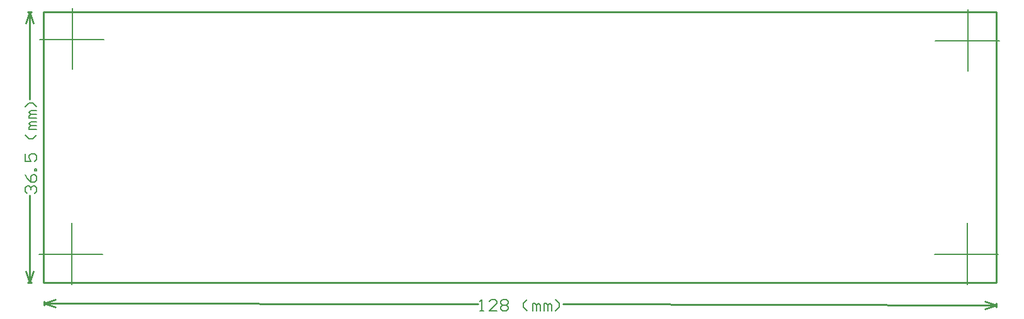
<source format=gm1>
%FSLAX25Y25*%
%MOIN*%
G70*
G01*
G75*
G04 Layer_Color=16711935*
%ADD10R,0.07087X0.14173*%
%ADD11R,0.03937X0.04724*%
%ADD12R,0.06299X0.13780*%
%ADD13O,0.07874X0.02400*%
%ADD14O,0.07874X0.02402*%
%ADD15R,0.03465X0.05000*%
%ADD16R,0.05512X0.04724*%
%ADD17R,0.04724X0.03937*%
%ADD18R,0.05118X0.07480*%
%ADD19R,0.04724X0.03150*%
%ADD20R,0.08268X0.07874*%
%ADD21R,0.03150X0.03150*%
%ADD22R,0.06299X0.03937*%
%ADD23R,0.20079X0.18898*%
%ADD24R,0.11811X0.03937*%
%ADD25R,0.01575X0.07874*%
%ADD26R,0.03937X0.01575*%
%ADD27O,0.10000X0.02400*%
%ADD28O,0.10000X0.02402*%
%ADD29R,0.12205X0.06102*%
%ADD30C,0.02000*%
%ADD31C,0.02500*%
%ADD32C,0.03000*%
%ADD33C,0.02362*%
%ADD34C,0.05000*%
%ADD35C,0.03500*%
%ADD36C,0.02200*%
%ADD37C,0.01000*%
%ADD38C,0.04000*%
%ADD39C,0.07000*%
%ADD40C,0.02400*%
%ADD41C,0.06000*%
%ADD42C,0.04500*%
%ADD43C,0.05906*%
%ADD44R,0.05906X0.05906*%
%ADD45C,0.19685*%
%ADD46C,0.07874*%
%ADD47R,0.07874X0.07874*%
%ADD48C,0.00787*%
%ADD49C,0.07480*%
%ADD50R,0.07480X0.07480*%
%ADD51C,0.03543*%
%ADD52R,0.09055X0.05512*%
%ADD53R,0.07874X0.03937*%
%ADD54R,0.11811X0.15748*%
%ADD55R,0.03937X0.02362*%
%ADD56C,0.00787*%
%ADD57C,0.01969*%
%ADD58C,0.01575*%
%ADD59C,0.01181*%
%ADD60C,0.00394*%
%ADD61C,0.00600*%
D37*
X-7874Y0D02*
Y46258D01*
Y97443D02*
Y143701D01*
X-9874Y6000D02*
X-7874Y0D01*
X-5874Y6000D01*
X-9874Y137701D02*
X-7874Y143701D01*
X-5874Y137701D01*
X-8874Y0D02*
X-6874D01*
X-8874Y143701D02*
X-6874D01*
X0Y-10827D02*
X229375Y-11275D01*
X274562Y-11363D02*
X503937Y-11811D01*
X0Y-10827D02*
X6004Y-8839D01*
X0Y-10827D02*
X5996Y-12839D01*
X497941Y-9799D02*
X503937Y-11811D01*
X497933Y-13799D02*
X503937Y-11811D01*
X-2Y-11827D02*
X2Y-9827D01*
X503935Y-12811D02*
X503939Y-10811D01*
X-394Y0D02*
Y143701D01*
X503937D01*
Y0D02*
Y143701D01*
X-394Y0D02*
X503937D01*
D56*
X14961Y113234D02*
Y145734D01*
X-2339Y129134D02*
X31361D01*
X488583Y-939D02*
Y31561D01*
X471283Y14961D02*
X504983D01*
X488976Y112446D02*
Y144946D01*
X471676Y128346D02*
X505376D01*
X14567Y-939D02*
Y31561D01*
X-2733Y14961D02*
X30967D01*
D61*
X-9273Y47258D02*
X-10273Y48258D01*
Y50257D01*
X-9273Y51257D01*
X-8274D01*
X-7274Y50257D01*
Y49257D01*
Y50257D01*
X-6274Y51257D01*
X-5275D01*
X-4275Y50257D01*
Y48258D01*
X-5275Y47258D01*
X-10273Y57255D02*
X-9273Y55256D01*
X-7274Y53256D01*
X-5275D01*
X-4275Y54256D01*
Y56255D01*
X-5275Y57255D01*
X-6274D01*
X-7274Y56255D01*
Y53256D01*
X-4275Y59254D02*
X-5275D01*
Y60254D01*
X-4275D01*
Y59254D01*
X-10273Y68251D02*
Y64253D01*
X-7274D01*
X-8274Y66252D01*
Y67252D01*
X-7274Y68251D01*
X-5275D01*
X-4275Y67252D01*
Y65252D01*
X-5275Y64253D01*
X-4275Y78248D02*
X-6274Y76249D01*
X-8274D01*
X-10273Y78248D01*
X-4275Y81247D02*
X-8274D01*
Y82247D01*
X-7274Y83246D01*
X-4275D01*
X-7274D01*
X-8274Y84246D01*
X-7274Y85246D01*
X-4275D01*
Y87245D02*
X-8274D01*
Y88245D01*
X-7274Y89245D01*
X-4275D01*
X-7274D01*
X-8274Y90244D01*
X-7274Y91244D01*
X-4275D01*
Y93243D02*
X-6274Y95243D01*
X-8274D01*
X-10273Y93243D01*
X230368Y-14876D02*
X232368Y-14880D01*
X231368Y-14878D01*
X231380Y-8880D01*
X230378Y-9877D01*
X239365Y-14893D02*
X235367Y-14886D01*
X239373Y-10895D01*
X239375Y-9895D01*
X238377Y-8893D01*
X236378Y-8889D01*
X235376Y-9887D01*
X241374Y-9899D02*
X242376Y-8901D01*
X244375Y-8905D01*
X245373Y-9907D01*
X245371Y-10906D01*
X244370Y-11904D01*
X245367Y-12906D01*
X245365Y-13905D01*
X244364Y-14903D01*
X242364Y-14899D01*
X241367Y-13897D01*
X241369Y-12898D01*
X242370Y-11900D01*
X241372Y-10898D01*
X241374Y-9899D01*
X242370Y-11900D02*
X244370Y-11904D01*
X255360Y-14924D02*
X253365Y-12921D01*
X253369Y-10922D01*
X255372Y-8926D01*
X258359Y-14930D02*
X258367Y-10932D01*
X259367Y-10934D01*
X260364Y-11935D01*
X260359Y-14934D01*
X260364Y-11935D01*
X261366Y-10938D01*
X262364Y-11939D01*
X262358Y-14938D01*
X264357Y-14942D02*
X264365Y-10943D01*
X265365Y-10945D01*
X266362Y-11947D01*
X266357Y-14946D01*
X266362Y-11947D01*
X267364Y-10949D01*
X268362Y-11951D01*
X268356Y-14950D01*
X270355Y-14954D02*
X272358Y-12958D01*
X272362Y-10959D01*
X270367Y-8956D01*
M02*

</source>
